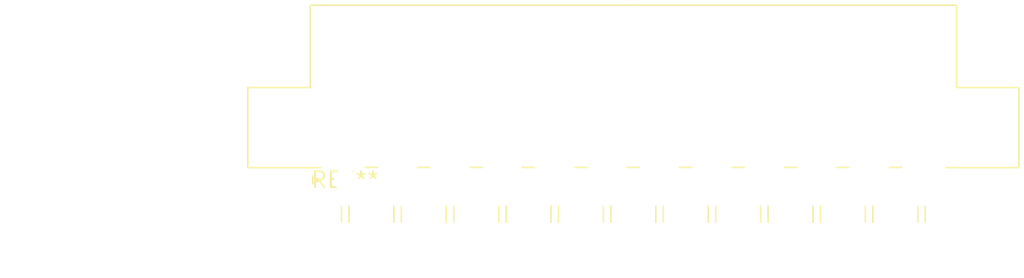
<source format=kicad_pcb>
(kicad_pcb (version 20240108) (generator pcbnew)
  (layers (0 "F.Cu" signal) (31 "B.Cu" signal) (34 "B.Paste" user) (35 "F.Paste" user) (36 "B.SilkS" user "B.Silkscreen") (37 "F.SilkS" user "F.Silkscreen") (38 "B.Mask" user) (39 "F.Mask" user) (44 "Edge.Cuts" user))
  (net 0 "")
  (footprint "Molex_Mini-Fit_Jr_5569-24A1_2x12_P4.20mm_Horizontal" (layer "F.Cu") (at 0 0)
    (property "Reference" "REF**")
    (property "Value" "Molex_Mini-Fit_Jr_5569-24A1_2x12_P4.20mm_Horizontal")
    (fp_line (start -7.81 -7.41) (end -7.81 -0.99) (layer "F.SilkS") (stroke (width 0.12)))
    (fp_line (start -7.81 -0.99) (end -2 -0.99) (layer "F.SilkS") (stroke (width 0.12)))
    (fp_line (start -2.81 -14.01) (end -2.81 -7.41) (layer "F.SilkS") (stroke (width 0.12)))
    (fp_line (start -2.81 -7.41) (end -7.81 -7.41) (layer "F.SilkS") (stroke (width 0.12)))
    (fp_line (start -2.6 -0.3) (end -2 0) (layer "F.SilkS") (stroke (width 0.12)))
    (fp_line (start -2.6 0.3) (end -2.6 -0.3) (layer "F.SilkS") (stroke (width 0.12)))
    (fp_line (start -2 0) (end -2.6 0.3) (layer "F.SilkS") (stroke (width 0.12)))
    (fp_line (start -0.3 2.11) (end -0.3 3.39) (layer "F.SilkS") (stroke (width 0.12)))
    (fp_line (start 0.3 2.11) (end 0.3 3.39) (layer "F.SilkS") (stroke (width 0.12)))
    (fp_line (start 1.61 -1) (end 2.59 -1) (layer "F.SilkS") (stroke (width 0.12)))
    (fp_line (start 3.9 2.11) (end 3.9 3.39) (layer "F.SilkS") (stroke (width 0.12)))
    (fp_line (start 4.5 2.11) (end 4.5 3.39) (layer "F.SilkS") (stroke (width 0.12)))
    (fp_line (start 5.81 -1) (end 6.79 -1) (layer "F.SilkS") (stroke (width 0.12)))
    (fp_line (start 8.1 2.11) (end 8.1 3.39) (layer "F.SilkS") (stroke (width 0.12)))
    (fp_line (start 8.7 2.11) (end 8.7 3.39) (layer "F.SilkS") (stroke (width 0.12)))
    (fp_line (start 10.01 -1) (end 10.99 -1) (layer "F.SilkS") (stroke (width 0.12)))
    (fp_line (start 12.3 2.11) (end 12.3 3.39) (layer "F.SilkS") (stroke (width 0.12)))
    (fp_line (start 12.9 2.11) (end 12.9 3.39) (layer "F.SilkS") (stroke (width 0.12)))
    (fp_line (start 14.21 -1) (end 15.19 -1) (layer "F.SilkS") (stroke (width 0.12)))
    (fp_line (start 16.5 2.11) (end 16.5 3.39) (layer "F.SilkS") (stroke (width 0.12)))
    (fp_line (start 17.1 2.11) (end 17.1 3.39) (layer "F.SilkS") (stroke (width 0.12)))
    (fp_line (start 18.41 -1) (end 19.39 -1) (layer "F.SilkS") (stroke (width 0.12)))
    (fp_line (start 20.7 2.11) (end 20.7 3.39) (layer "F.SilkS") (stroke (width 0.12)))
    (fp_line (start 21.3 2.11) (end 21.3 3.39) (layer "F.SilkS") (stroke (width 0.12)))
    (fp_line (start 22.61 -1) (end 23.59 -1) (layer "F.SilkS") (stroke (width 0.12)))
    (fp_line (start 23.1 -14.01) (end -2.81 -14.01) (layer "F.SilkS") (stroke (width 0.12)))
    (fp_line (start 23.1 -14.01) (end 49.01 -14.01) (layer "F.SilkS") (stroke (width 0.12)))
    (fp_line (start 24.9 2.11) (end 24.9 3.39) (layer "F.SilkS") (stroke (width 0.12)))
    (fp_line (start 25.5 2.11) (end 25.5 3.39) (layer "F.SilkS") (stroke (width 0.12)))
    (fp_line (start 26.81 -1) (end 27.79 -1) (layer "F.SilkS") (stroke (width 0.12)))
    (fp_line (start 29.1 2.11) (end 29.1 3.39) (layer "F.SilkS") (stroke (width 0.12)))
    (fp_line (start 29.7 2.11) (end 29.7 3.39) (layer "F.SilkS") (stroke (width 0.12)))
    (fp_line (start 31.01 -1) (end 31.99 -1) (layer "F.SilkS") (stroke (width 0.12)))
    (fp_line (start 33.3 2.11) (end 33.3 3.39) (layer "F.SilkS") (stroke (width 0.12)))
    (fp_line (start 33.9 2.11) (end 33.9 3.39) (layer "F.SilkS") (stroke (width 0.12)))
    (fp_line (start 35.21 -1) (end 36.19 -1) (layer "F.SilkS") (stroke (width 0.12)))
    (fp_line (start 37.5 2.11) (end 37.5 3.39) (layer "F.SilkS") (stroke (width 0.12)))
    (fp_line (start 38.1 2.11) (end 38.1 3.39) (layer "F.SilkS") (stroke (width 0.12)))
    (fp_line (start 39.41 -1) (end 40.39 -1) (layer "F.SilkS") (stroke (width 0.12)))
    (fp_line (start 41.7 2.11) (end 41.7 3.39) (layer "F.SilkS") (stroke (width 0.12)))
    (fp_line (start 42.3 2.11) (end 42.3 3.39) (layer "F.SilkS") (stroke (width 0.12)))
    (fp_line (start 43.61 -1) (end 44.59 -1) (layer "F.SilkS") (stroke (width 0.12)))
    (fp_line (start 45.9 2.11) (end 45.9 3.39) (layer "F.SilkS") (stroke (width 0.12)))
    (fp_line (start 46.5 2.11) (end 46.5 3.39) (layer "F.SilkS") (stroke (width 0.12)))
    (fp_line (start 49.01 -14.01) (end 49.01 -7.41) (layer "F.SilkS") (stroke (width 0.12)))
    (fp_line (start 49.01 -7.41) (end 54.01 -7.41) (layer "F.SilkS") (stroke (width 0.12)))
    (fp_line (start 54.01 -7.41) (end 54.01 -0.99) (layer "F.SilkS") (stroke (width 0.12)))
    (fp_line (start 54.01 -0.99) (end 48.2 -0.99) (layer "F.SilkS") (stroke (width 0.12)))
    (pad "" np_thru_hole circle (at -4.5 -4.2) (size 3.2 3.2) (drill 3.2) (layers *.Cu *.Mask))
    (pad "" np_thru_hole circle (at 50.7 -4.2) (size 3.2 3.2) (drill 3.2) (layers *.Cu *.Mask))
    (pad "1" thru_hole roundrect (at 0 0) (size 2.7 3.7) (drill 1.8) (layers *.Cu *.Mask) (remove_unused_layers) (roundrect_rratio 0.092593))
    (pad "2" thru_hole oval (at 4.2 0) (size 2.7 3.7) (drill 1.8) (layers *.Cu *.Mask) (remove_unused_layers))
    (pad "3" thru_hole oval (at 8.4 0) (size 2.7 3.7) (drill 1.8) (layers *.Cu *.Mask) (remove_unused_layers))
    (pad "4" thru_hole oval (at 12.6 0) (size 2.7 3.7) (drill 1.8) (layers *.Cu *.Mask) (remove_unused_layers))
    (pad "5" thru_hole oval (at 16.8 0) (size 2.7 3.7) (drill 1.8) (layers *.Cu *.Mask) (remove_unused_layers))
    (pad "6" thru_hole oval (at 21 0) (size 2.7 3.7) (drill 1.8) (layers *.Cu *.Mask) (remove_unused_layers))
    (pad "7" thru_hole oval (at 25.2 0) (size 2.7 3.7) (drill 1.8) (layers *.Cu *.Mask) (remove_unused_layers))
    (pad "8" thru_hole oval (at 29.4 0) (size 2.7 3.7) (drill 1.8) (layers *.Cu *.Mask) (remove_unused_layers))
    (pad "9" thru_hole oval (at 33.6 0) (size 2.7 3.7) (drill 1.8) (layers *.Cu *.Mask) (remove_unused_layers))
    (pad "10" thru_hole oval (at 37.8 0) (size 2.7 3.7) (drill 1.8) (layers *.Cu *.Mask) (remove_unused_layers))
    (pad "11" thru_hole oval (at 42 0) (size 2.7 3.7) (drill 1.8) (layers *.Cu *.Mask) (remove_unused_layers))
    (pad "12" thru_hole oval (at 46.2 0) (size 2.7 3.7) (drill 1.8) (layers *.Cu *.Mask) (remove_unused_layers))
    (pad "13" thru_hole oval (at 0 5.5) (size 2.7 3.7) (drill 1.8) (layers *.Cu *.Mask) (remove_unused_layers))
    (pad "14" thru_hole oval (at 4.2 5.5) (size 2.7 3.7) (drill 1.8) (layers *.Cu *.Mask) (remove_unused_layers))
    (pad "15" thru_hole oval (at 8.4 5.5) (size 2.7 3.7) (drill 1.8) (layers *.Cu *.Mask) (remove_unused_layers))
    (pad "16" thru_hole oval (at 12.6 5.5) (size 2.7 3.7) (drill 1.8) (layers *.Cu *.Mask) (remove_unused_layers))
    (pad "17" thru_hole oval (at 16.8 5.5) (size 2.7 3.7) (drill 1.8) (layers *.Cu *.Mask) (remove_unused_layers))
    (pad "18" thru_hole oval (at 21 5.5) (size 2.7 3.7) (drill 1.8) (layers *.Cu *.Mask) (remove_unused_layers))
    (pad "19" thru_hole oval (at 25.2 5.5) (size 2.7 3.7) (drill 1.8) (layers *.Cu *.Mask) (remove_unused_layers))
    (pad "20" thru_hole oval (at 29.4 5.5) (size 2.7 3.7) (drill 1.8) (layers *.Cu *.Mask) (remove_unused_layers))
    (pad "21" thru_hole oval (at 33.6 5.5) (size 2.7 3.7) (drill 1.8) (layers *.Cu *.Mask) (remove_unused_layers))
    (pad "22" thru_hole oval (at 37.8 5.5) (size 2.7 3.7) (drill 1.8) (layers *.Cu *.Mask) (remove_unused_layers))
    (pad "23" thru_hole oval (at 42 5.5) (size 2.7 3.7) (drill 1.8) (layers *.Cu *.Mask) (remove_unused_layers))
    (pad "24" thru_hole oval (at 46.2 5.5) (size 2.7 3.7) (drill 1.8) (layers *.Cu *.Mask) (remove_unused_layers))
  )
)
</source>
